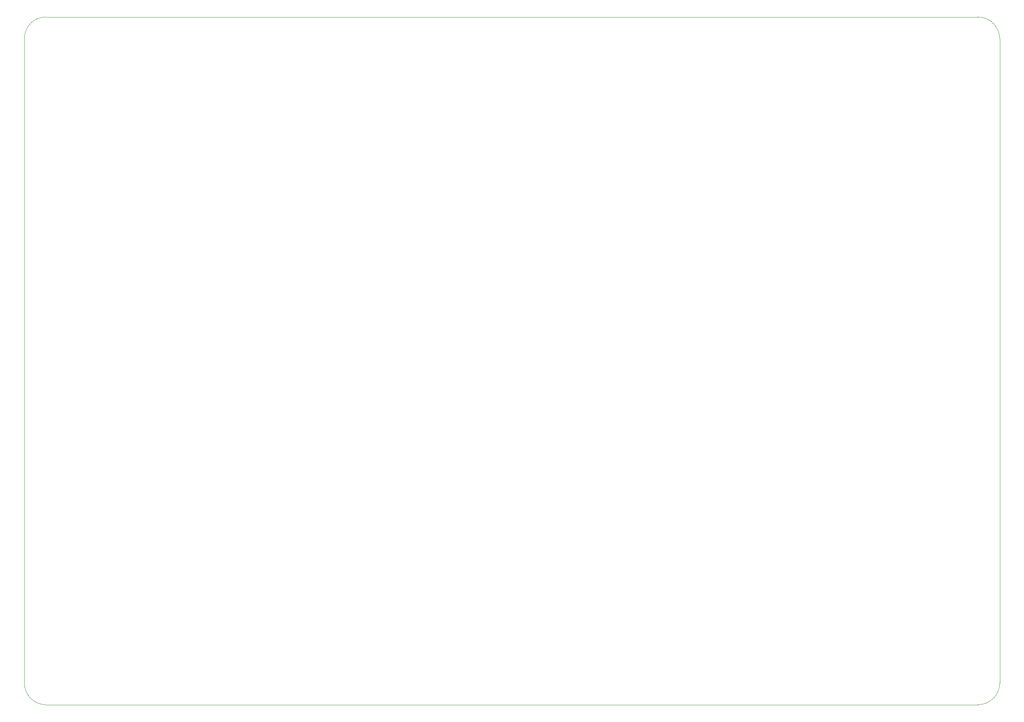
<source format=gbr>
%TF.GenerationSoftware,Altium Limited,Altium Designer,22.1.2 (22)*%
G04 Layer_Color=0*
%FSLAX45Y45*%
%MOMM*%
%TF.SameCoordinates,97720CCC-B93B-4F85-99AC-C394CD96EF65*%
%TF.FilePolarity,Positive*%
%TF.FileFunction,Profile,NP*%
%TF.Part,Single*%
G01*
G75*
%TA.AperFunction,Profile*%
%ADD94C,0.02540*%
D94*
X-15468600Y-9279000D02*
X-15468600Y5702300D01*
D02*
G02*
X-14973300Y6197600I495300J0D01*
G01*
X6667500D01*
D02*
G02*
X7175500Y5689600I-0J-508000D01*
G01*
X7175500Y-9271000D01*
D02*
G02*
X6667500Y-9779000I-508000J0D01*
G01*
X-14968600Y-9779002D01*
D02*
G02*
X-15468600Y-9279000I1J500001D01*
G01*
%TF.MD5,10aac40fe602dd757f3c01202aa5fbf4*%
M02*

</source>
